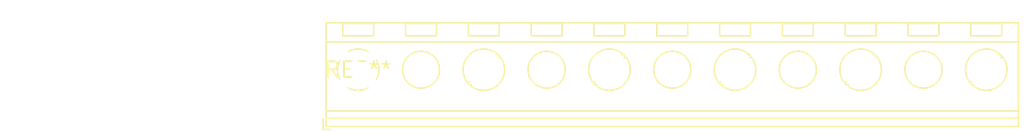
<source format=kicad_pcb>
(kicad_pcb (version 20240108) (generator pcbnew)
  (layers (0 "F.Cu" signal) (31 "B.Cu" signal) (34 "B.Paste" user) (35 "F.Paste" user) (36 "B.SilkS" user "B.Silkscreen") (37 "F.SilkS" user "F.Silkscreen") (38 "B.Mask" user) (39 "F.Mask" user) (44 "Edge.Cuts" user))
  (net 0 "")
  (footprint "TerminalBlock_RND_205-00245_1x06_P10.16mm_Horizontal" (layer "F.Cu") (at 0 0)
    (property "Reference" "REF**")
    (property "Value" "TerminalBlock_RND_205-00245_1x06_P10.16mm_Horizontal")
    (fp_line (start -2.84 4.01) (end -2.84 4.85) (layer "F.SilkS") (stroke (width 0.12)))
    (fp_line (start -2.84 4.85) (end -2.24 4.85) (layer "F.SilkS") (stroke (width 0.12)))
    (fp_line (start -2.6 -3.811) (end -2.6 4.61) (layer "F.SilkS") (stroke (width 0.12)))
    (fp_line (start -2.6 -3.811) (end 53.4 -3.811) (layer "F.SilkS") (stroke (width 0.12)))
    (fp_line (start -2.6 -2.251) (end 53.4 -2.251) (layer "F.SilkS") (stroke (width 0.12)))
    (fp_line (start -2.6 3.35) (end 53.4 3.35) (layer "F.SilkS") (stroke (width 0.12)))
    (fp_line (start -2.6 3.95) (end 53.4 3.95) (layer "F.SilkS") (stroke (width 0.12)))
    (fp_line (start -2.6 4.61) (end 53.4 4.61) (layer "F.SilkS") (stroke (width 0.12)))
    (fp_line (start -1.25 -3.751) (end -1.25 -2.751) (layer "F.SilkS") (stroke (width 0.12)))
    (fp_line (start -1.25 -3.751) (end 1.25 -3.751) (layer "F.SilkS") (stroke (width 0.12)))
    (fp_line (start -1.25 -2.751) (end 1.25 -2.751) (layer "F.SilkS") (stroke (width 0.12)))
    (fp_line (start 1.25 -3.751) (end 1.25 -2.751) (layer "F.SilkS") (stroke (width 0.12)))
    (fp_line (start 3.83 -3.751) (end 3.83 -2.751) (layer "F.SilkS") (stroke (width 0.12)))
    (fp_line (start 3.83 -3.751) (end 6.33 -3.751) (layer "F.SilkS") (stroke (width 0.12)))
    (fp_line (start 3.83 -2.751) (end 6.33 -2.751) (layer "F.SilkS") (stroke (width 0.12)))
    (fp_line (start 6.33 -3.751) (end 6.33 -2.751) (layer "F.SilkS") (stroke (width 0.12)))
    (fp_line (start 8.91 -3.751) (end 8.91 -2.751) (layer "F.SilkS") (stroke (width 0.12)))
    (fp_line (start 8.91 -3.751) (end 11.41 -3.751) (layer "F.SilkS") (stroke (width 0.12)))
    (fp_line (start 8.91 -2.751) (end 11.41 -2.751) (layer "F.SilkS") (stroke (width 0.12)))
    (fp_line (start 8.98 0.976) (end 8.886 1.069) (layer "F.SilkS") (stroke (width 0.12)))
    (fp_line (start 9.15 1.216) (end 9.091 1.274) (layer "F.SilkS") (stroke (width 0.12)))
    (fp_line (start 11.23 -1.275) (end 11.171 -1.216) (layer "F.SilkS") (stroke (width 0.12)))
    (fp_line (start 11.41 -3.751) (end 11.41 -2.751) (layer "F.SilkS") (stroke (width 0.12)))
    (fp_line (start 11.435 -1.069) (end 11.341 -0.976) (layer "F.SilkS") (stroke (width 0.12)))
    (fp_line (start 13.99 -3.751) (end 13.99 -2.751) (layer "F.SilkS") (stroke (width 0.12)))
    (fp_line (start 13.99 -3.751) (end 16.49 -3.751) (layer "F.SilkS") (stroke (width 0.12)))
    (fp_line (start 13.99 -2.751) (end 16.49 -2.751) (layer "F.SilkS") (stroke (width 0.12)))
    (fp_line (start 16.49 -3.751) (end 16.49 -2.751) (layer "F.SilkS") (stroke (width 0.12)))
    (fp_line (start 19.07 -3.751) (end 19.07 -2.751) (layer "F.SilkS") (stroke (width 0.12)))
    (fp_line (start 19.07 -3.751) (end 21.57 -3.751) (layer "F.SilkS") (stroke (width 0.12)))
    (fp_line (start 19.07 -2.751) (end 21.57 -2.751) (layer "F.SilkS") (stroke (width 0.12)))
    (fp_line (start 19.14 0.976) (end 19.046 1.069) (layer "F.SilkS") (stroke (width 0.12)))
    (fp_line (start 19.31 1.216) (end 19.251 1.274) (layer "F.SilkS") (stroke (width 0.12)))
    (fp_line (start 21.39 -1.275) (end 21.331 -1.216) (layer "F.SilkS") (stroke (width 0.12)))
    (fp_line (start 21.57 -3.751) (end 21.57 -2.751) (layer "F.SilkS") (stroke (width 0.12)))
    (fp_line (start 21.595 -1.069) (end 21.501 -0.976) (layer "F.SilkS") (stroke (width 0.12)))
    (fp_line (start 24.15 -3.751) (end 24.15 -2.751) (layer "F.SilkS") (stroke (width 0.12)))
    (fp_line (start 24.15 -3.751) (end 26.65 -3.751) (layer "F.SilkS") (stroke (width 0.12)))
    (fp_line (start 24.15 -2.751) (end 26.65 -2.751) (layer "F.SilkS") (stroke (width 0.12)))
    (fp_line (start 26.65 -3.751) (end 26.65 -2.751) (layer "F.SilkS") (stroke (width 0.12)))
    (fp_line (start 29.23 -3.751) (end 29.23 -2.751) (layer "F.SilkS") (stroke (width 0.12)))
    (fp_line (start 29.23 -3.751) (end 31.73 -3.751) (layer "F.SilkS") (stroke (width 0.12)))
    (fp_line (start 29.23 -2.751) (end 31.73 -2.751) (layer "F.SilkS") (stroke (width 0.12)))
    (fp_line (start 29.3 0.976) (end 29.206 1.069) (layer "F.SilkS") (stroke (width 0.12)))
    (fp_line (start 29.47 1.216) (end 29.411 1.274) (layer "F.SilkS") (stroke (width 0.12)))
    (fp_line (start 31.55 -1.275) (end 31.491 -1.216) (layer "F.SilkS") (stroke (width 0.12)))
    (fp_line (start 31.73 -3.751) (end 31.73 -2.751) (layer "F.SilkS") (stroke (width 0.12)))
    (fp_line (start 31.755 -1.069) (end 31.661 -0.976) (layer "F.SilkS") (stroke (width 0.12)))
    (fp_line (start 34.31 -3.751) (end 34.31 -2.751) (layer "F.SilkS") (stroke (width 0.12)))
    (fp_line (start 34.31 -3.751) (end 36.81 -3.751) (layer "F.SilkS") (stroke (width 0.12)))
    (fp_line (start 34.31 -2.751) (end 36.81 -2.751) (layer "F.SilkS") (stroke (width 0.12)))
    (fp_line (start 36.81 -3.751) (end 36.81 -2.751) (layer "F.SilkS") (stroke (width 0.12)))
    (fp_line (start 39.39 -3.751) (end 39.39 -2.751) (layer "F.SilkS") (stroke (width 0.12)))
    (fp_line (start 39.39 -3.751) (end 41.89 -3.751) (layer "F.SilkS") (stroke (width 0.12)))
    (fp_line (start 39.39 -2.751) (end 41.89 -2.751) (layer "F.SilkS") (stroke (width 0.12)))
    (fp_line (start 39.46 0.976) (end 39.366 1.069) (layer "F.SilkS") (stroke (width 0.12)))
    (fp_line (start 39.63 1.216) (end 39.571 1.274) (layer "F.SilkS") (stroke (width 0.12)))
    (fp_line (start 41.71 -1.275) (end 41.651 -1.216) (layer "F.SilkS") (stroke (width 0.12)))
    (fp_line (start 41.89 -3.751) (end 41.89 -2.751) (layer "F.SilkS") (stroke (width 0.12)))
    (fp_line (start 41.915 -1.069) (end 41.821 -0.976) (layer "F.SilkS") (stroke (width 0.12)))
    (fp_line (start 44.47 -3.751) (end 44.47 -2.751) (layer "F.SilkS") (stroke (width 0.12)))
    (fp_line (start 44.47 -3.751) (end 46.97 -3.751) (layer "F.SilkS") (stroke (width 0.12)))
    (fp_line (start 44.47 -2.751) (end 46.97 -2.751) (layer "F.SilkS") (stroke (width 0.12)))
    (fp_line (start 46.97 -3.751) (end 46.97 -2.751) (layer "F.SilkS") (stroke (width 0.12)))
    (fp_line (start 49.55 -3.751) (end 49.55 -2.751) (layer "F.SilkS") (stroke (width 0.12)))
    (fp_line (start 49.55 -3.751) (end 52.05 -3.751) (layer "F.SilkS") (stroke (width 0.12)))
    (fp_line (start 49.55 -2.751) (end 52.05 -2.751) (layer "F.SilkS") (stroke (width 0.12)))
    (fp_line (start 49.62 0.976) (end 49.526 1.069) (layer "F.SilkS") (stroke (width 0.12)))
    (fp_line (start 49.79 1.216) (end 49.731 1.274) (layer "F.SilkS") (stroke (width 0.12)))
    (fp_line (start 51.87 -1.275) (end 51.811 -1.216) (layer "F.SilkS") (stroke (width 0.12)))
    (fp_line (start 52.05 -3.751) (end 52.05 -2.751) (layer "F.SilkS") (stroke (width 0.12)))
    (fp_line (start 52.075 -1.069) (end 51.981 -0.976) (layer "F.SilkS") (stroke (width 0.12)))
    (fp_line (start 53.4 -3.811) (end 53.4 4.61) (layer "F.SilkS") (stroke (width 0.12)))
    (fp_arc (start -1.483953 0.789089) (mid -1.680708 5e-05) (end -1.484 -0.789) (layer "F.SilkS") (stroke (width 0.12)))
    (fp_arc (start -0.789089 -1.483953) (mid -5e-05 -1.680708) (end 0.789 -1.484) (layer "F.SilkS") (stroke (width 0.12)))
    (fp_arc (start 0.029383 1.68045) (mid -0.392304 1.634281) (end -0.789 1.484) (layer "F.SilkS") (stroke (width 0.12)))
    (fp_arc (start 0.788712 1.483352) (mid 0.406429 1.630097) (end 0 1.68) (layer "F.SilkS") (stroke (width 0.12)))
    (fp_arc (start 1.483953 -0.789089) (mid 1.680708 -5e-05) (end 1.484 0.789) (layer "F.SilkS") (stroke (width 0.12)))
    (fp_circle (center 5.08 0) (end 6.58 0) (layer "F.SilkS") (stroke (width 0.12)) (fill none))
    (fp_circle (center 10.16 0) (end 11.84 0) (layer "F.SilkS") (stroke (width 0.12)) (fill none))
    (fp_circle (center 15.24 0) (end 16.74 0) (layer "F.SilkS") (stroke (width 0.12)) (fill none))
    (fp_circle (center 20.32 0) (end 22 0) (layer "F.SilkS") (stroke (width 0.12)) (fill none))
    (fp_circle (center 25.4 0) (end 26.9 0) (layer "F.SilkS") (stroke (width 0.12)) (fill none))
    (fp_circle (center 30.48 0) (end 32.16 0) (layer "F.SilkS") (stroke (width 0.12)) (fill none))
    (fp_circle (center 35.56 0) (end 37.06 0) (layer "F.SilkS") (stroke (width 0.12)) (fill none))
    (fp_circle (center 40.64 0) (end 42.32 0) (layer "F.SilkS") (stroke (width 0.12)) (fill none))
    (fp_circle (center 45.72 0) (end 47.22 0) (layer "F.SilkS") (stroke (width 0.12)) (fill none))
    (fp_circle (center 50.8 0) (end 52.48 0) (layer "F.SilkS") (stroke (width 0.12)) (fill none))
    (pad "1" thru_hole rect (at 0 0) (size 2.5 2.5) (drill 1.3) (layers *.Cu *.Mask) (remove_unused_layers))
    (pad "2" thru_hole circle (at 10.16 0) (size 2.5 2.5) (drill 1.3) (layers *.Cu *.Mask) (remove_unused_layers))
    (pad "3" thru_hole circle (at 20.32 0) (size 2.5 2.5) (drill 1.3) (layers *.Cu *.Mask) (remove_unused_layers))
    (pad "4" thru_hole circle (at 30.48 0) (size 2.5 2.5) (drill 1.3) (layers *.Cu *.Mask) (remove_unused_layers))
    (pad "5" thru_hole circle (at 40.64 0) (size 2.5 2.5) (drill 1.3) (layers *.Cu *.Mask) (remove_unused_layers))
    (pad "6" thru_hole circle (at 50.8 0) (size 2.5 2.5) (drill 1.3) (layers *.Cu *.Mask) (remove_unused_layers))
  )
)
</source>
